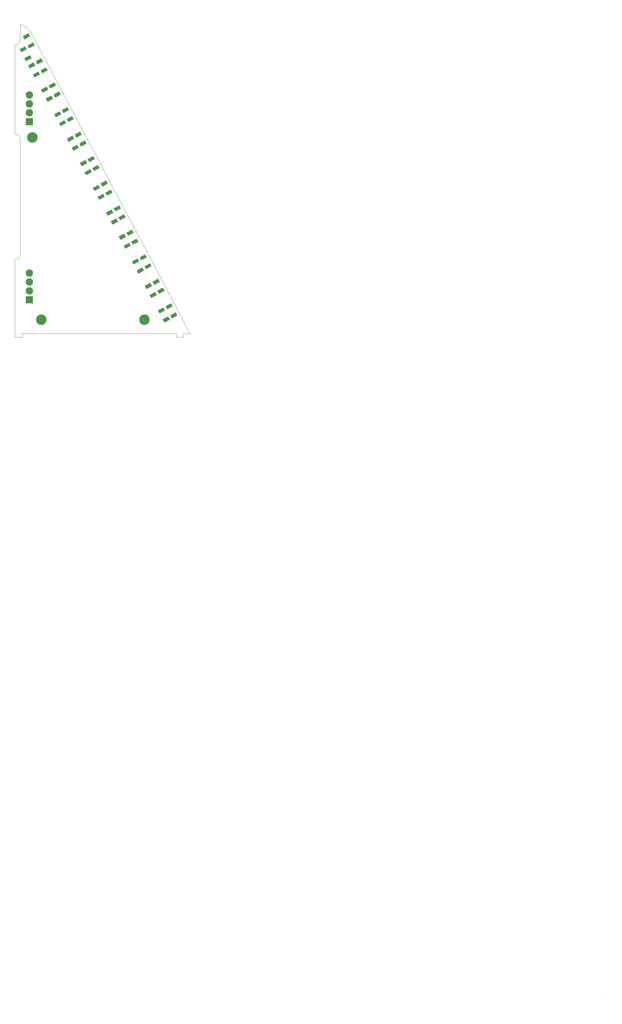
<source format=gbs>
%TF.GenerationSoftware,KiCad,Pcbnew,(5.1.6-0-10_14)*%
%TF.CreationDate,2020-10-19T14:02:04+02:00*%
%TF.ProjectId,nowae031,6e6f7761-6530-4333-912e-6b696361645f,0*%
%TF.SameCoordinates,Original*%
%TF.FileFunction,Soldermask,Bot*%
%TF.FilePolarity,Negative*%
%FSLAX46Y46*%
G04 Gerber Fmt 4.6, Leading zero omitted, Abs format (unit mm)*
G04 Created by KiCad (PCBNEW (5.1.6-0-10_14)) date 2020-10-19 14:02:04*
%MOMM*%
%LPD*%
G01*
G04 APERTURE LIST*
%TA.AperFunction,Profile*%
%ADD10C,0.050000*%
%TD*%
%TA.AperFunction,Profile*%
%ADD11C,0.200000*%
%TD*%
%ADD12C,2.100000*%
%ADD13R,2.100000X2.100000*%
%ADD14C,3.000000*%
%ADD15C,0.100000*%
G04 APERTURE END LIST*
D10*
X101490000Y-45190000D02*
G75*
G02*
X99990000Y-46690000I-1500000J0D01*
G01*
X99990000Y-72000000D02*
G75*
G02*
X101490000Y-73500000I0J-1500000D01*
G01*
X99990000Y-72000000D02*
X99990000Y-46690000D01*
X100000000Y-130000000D02*
X100000000Y-108000000D01*
X101500000Y-106500000D02*
G75*
G02*
X100000000Y-108000000I-1500000J0D01*
G01*
X101490000Y-73500000D02*
X101500000Y-106500000D01*
X101499908Y-40830540D02*
X101490000Y-45190000D01*
X101499908Y-40830540D02*
G75*
G02*
X104449999Y-42900001I-709908J-4149460D01*
G01*
X104449243Y-42900000D02*
X150000000Y-129000000D01*
X148000000Y-129000000D02*
X150000000Y-129000000D01*
X148000000Y-130000000D02*
X148000000Y-129000000D01*
X146000000Y-130000000D02*
X148000000Y-130000000D01*
X146000000Y-129000000D02*
X146000000Y-130000000D01*
X102000000Y-129000000D02*
X146000000Y-129000000D01*
X102000000Y-130000000D02*
X102000000Y-129000000D01*
X100000000Y-130000000D02*
X102000000Y-130000000D01*
D11*
X268944859Y-318881889D02*
X268944859Y-318881889D01*
D12*
%TO.C,P102*%
X104100000Y-111690000D03*
D13*
X104100000Y-119310000D03*
D12*
X104100000Y-114230000D03*
X104100000Y-116770000D03*
%TD*%
%TO.C,P101*%
X104100000Y-60900000D03*
D13*
X104100000Y-68520000D03*
D12*
X104100000Y-63440000D03*
X104100000Y-65980000D03*
%TD*%
D14*
%TO.C,VAL\u002A\u002A*%
X105000000Y-73000000D03*
%TD*%
%TO.C,VAL\u002A\u002A*%
X137000000Y-125000000D03*
%TD*%
%TO.C,VAL\u002A\u002A*%
X107490000Y-125000000D03*
%TD*%
D15*
%TO.C,DL102*%
G36*
X102239877Y-44200777D02*
G01*
X103829183Y-43355728D01*
X104298655Y-44238675D01*
X102709349Y-45083724D01*
X102239877Y-44200777D01*
G37*
G36*
X103601345Y-46761325D02*
G01*
X105190651Y-45916276D01*
X105660123Y-46799223D01*
X104070817Y-47644272D01*
X103601345Y-46761325D01*
G37*
%TD*%
%TO.C,DL104*%
G36*
X105939877Y-51300777D02*
G01*
X107529183Y-50455728D01*
X107998655Y-51338675D01*
X106409349Y-52183724D01*
X105939877Y-51300777D01*
G37*
G36*
X107301345Y-53861325D02*
G01*
X108890651Y-53016276D01*
X109360123Y-53899223D01*
X107770817Y-54744272D01*
X107301345Y-53861325D01*
G37*
%TD*%
%TO.C,DL106*%
G36*
X109659143Y-58220503D02*
G01*
X111248449Y-57375454D01*
X111717921Y-58258401D01*
X110128615Y-59103450D01*
X109659143Y-58220503D01*
G37*
G36*
X111020611Y-60781051D02*
G01*
X112609917Y-59936002D01*
X113079389Y-60818949D01*
X111490083Y-61663998D01*
X111020611Y-60781051D01*
G37*
%TD*%
%TO.C,DL108*%
G36*
X113384140Y-65225777D02*
G01*
X114973446Y-64380728D01*
X115442918Y-65263675D01*
X113853612Y-66108724D01*
X113384140Y-65225777D01*
G37*
G36*
X114745608Y-67786325D02*
G01*
X116334914Y-66941276D01*
X116804386Y-67824223D01*
X115215080Y-68669272D01*
X114745608Y-67786325D01*
G37*
%TD*%
%TO.C,DL110*%
G36*
X117039877Y-72200777D02*
G01*
X118629183Y-71355728D01*
X119098655Y-72238675D01*
X117509349Y-73083724D01*
X117039877Y-72200777D01*
G37*
G36*
X118401345Y-74761325D02*
G01*
X119990651Y-73916276D01*
X120460123Y-74799223D01*
X118870817Y-75644272D01*
X118401345Y-74761325D01*
G37*
%TD*%
%TO.C,DL112*%
G36*
X120739877Y-79200777D02*
G01*
X122329183Y-78355728D01*
X122798655Y-79238675D01*
X121209349Y-80083724D01*
X120739877Y-79200777D01*
G37*
G36*
X122101345Y-81761325D02*
G01*
X123690651Y-80916276D01*
X124160123Y-81799223D01*
X122570817Y-82644272D01*
X122101345Y-81761325D01*
G37*
%TD*%
%TO.C,DL114*%
G36*
X124439877Y-86200777D02*
G01*
X126029183Y-85355728D01*
X126498655Y-86238675D01*
X124909349Y-87083724D01*
X124439877Y-86200777D01*
G37*
G36*
X125801345Y-88761325D02*
G01*
X127390651Y-87916276D01*
X127860123Y-88799223D01*
X126270817Y-89644272D01*
X125801345Y-88761325D01*
G37*
%TD*%
%TO.C,DL116*%
G36*
X128189877Y-93250777D02*
G01*
X129779183Y-92405728D01*
X130248655Y-93288675D01*
X128659349Y-94133724D01*
X128189877Y-93250777D01*
G37*
G36*
X129551345Y-95811325D02*
G01*
X131140651Y-94966276D01*
X131610123Y-95849223D01*
X130020817Y-96694272D01*
X129551345Y-95811325D01*
G37*
%TD*%
%TO.C,DL118*%
G36*
X131839877Y-100200777D02*
G01*
X133429183Y-99355728D01*
X133898655Y-100238675D01*
X132309349Y-101083724D01*
X131839877Y-100200777D01*
G37*
G36*
X133201345Y-102761325D02*
G01*
X134790651Y-101916276D01*
X135260123Y-102799223D01*
X133670817Y-103644272D01*
X133201345Y-102761325D01*
G37*
%TD*%
%TO.C,DL120*%
G36*
X135589877Y-107200777D02*
G01*
X137179183Y-106355728D01*
X137648655Y-107238675D01*
X136059349Y-108083724D01*
X135589877Y-107200777D01*
G37*
G36*
X136951345Y-109761325D02*
G01*
X138540651Y-108916276D01*
X139010123Y-109799223D01*
X137420817Y-110644272D01*
X136951345Y-109761325D01*
G37*
%TD*%
%TO.C,DL122*%
G36*
X139289877Y-114200777D02*
G01*
X140879183Y-113355728D01*
X141348655Y-114238675D01*
X139759349Y-115083724D01*
X139289877Y-114200777D01*
G37*
G36*
X140651345Y-116761325D02*
G01*
X142240651Y-115916276D01*
X142710123Y-116799223D01*
X141120817Y-117644272D01*
X140651345Y-116761325D01*
G37*
%TD*%
%TO.C,DL124*%
G36*
X142989877Y-121200777D02*
G01*
X144579183Y-120355728D01*
X145048655Y-121238675D01*
X143459349Y-122083724D01*
X142989877Y-121200777D01*
G37*
G36*
X144351345Y-123761325D02*
G01*
X145940651Y-122916276D01*
X146410123Y-123799223D01*
X144820817Y-124644272D01*
X144351345Y-123761325D01*
G37*
%TD*%
%TO.C,R102*%
G36*
X102701345Y-50411325D02*
G01*
X104290651Y-49566276D01*
X104760123Y-50449223D01*
X103170817Y-51294272D01*
X102701345Y-50411325D01*
G37*
G36*
X101339877Y-47850777D02*
G01*
X102929183Y-47005728D01*
X103398655Y-47888675D01*
X101809349Y-48733724D01*
X101339877Y-47850777D01*
G37*
%TD*%
%TO.C,R104*%
G36*
X105101345Y-55061325D02*
G01*
X106690651Y-54216276D01*
X107160123Y-55099223D01*
X105570817Y-55944272D01*
X105101345Y-55061325D01*
G37*
G36*
X103739877Y-52500777D02*
G01*
X105329183Y-51655728D01*
X105798655Y-52538675D01*
X104209349Y-53383724D01*
X103739877Y-52500777D01*
G37*
%TD*%
%TO.C,R106*%
G36*
X108801345Y-61961325D02*
G01*
X110390651Y-61116276D01*
X110860123Y-61999223D01*
X109270817Y-62844272D01*
X108801345Y-61961325D01*
G37*
G36*
X107439877Y-59400777D02*
G01*
X109029183Y-58555728D01*
X109498655Y-59438675D01*
X107909349Y-60283724D01*
X107439877Y-59400777D01*
G37*
%TD*%
%TO.C,R108*%
G36*
X112551345Y-68961325D02*
G01*
X114140651Y-68116276D01*
X114610123Y-68999223D01*
X113020817Y-69844272D01*
X112551345Y-68961325D01*
G37*
G36*
X111189877Y-66400777D02*
G01*
X112779183Y-65555728D01*
X113248655Y-66438675D01*
X111659349Y-67283724D01*
X111189877Y-66400777D01*
G37*
%TD*%
%TO.C,R110*%
G36*
X116201345Y-75961325D02*
G01*
X117790651Y-75116276D01*
X118260123Y-75999223D01*
X116670817Y-76844272D01*
X116201345Y-75961325D01*
G37*
G36*
X114839877Y-73400777D02*
G01*
X116429183Y-72555728D01*
X116898655Y-73438675D01*
X115309349Y-74283724D01*
X114839877Y-73400777D01*
G37*
%TD*%
%TO.C,R112*%
G36*
X119901345Y-82911325D02*
G01*
X121490651Y-82066276D01*
X121960123Y-82949223D01*
X120370817Y-83794272D01*
X119901345Y-82911325D01*
G37*
G36*
X118539877Y-80350777D02*
G01*
X120129183Y-79505728D01*
X120598655Y-80388675D01*
X119009349Y-81233724D01*
X118539877Y-80350777D01*
G37*
%TD*%
%TO.C,R114*%
G36*
X123601345Y-89961325D02*
G01*
X125190651Y-89116276D01*
X125660123Y-89999223D01*
X124070817Y-90844272D01*
X123601345Y-89961325D01*
G37*
G36*
X122239877Y-87400777D02*
G01*
X123829183Y-86555728D01*
X124298655Y-87438675D01*
X122709349Y-88283724D01*
X122239877Y-87400777D01*
G37*
%TD*%
%TO.C,R116*%
G36*
X127357082Y-97036325D02*
G01*
X128946388Y-96191276D01*
X129415860Y-97074223D01*
X127826554Y-97919272D01*
X127357082Y-97036325D01*
G37*
G36*
X125995614Y-94475777D02*
G01*
X127584920Y-93630728D01*
X128054392Y-94513675D01*
X126465086Y-95358724D01*
X125995614Y-94475777D01*
G37*
%TD*%
%TO.C,R118*%
G36*
X131001345Y-103911325D02*
G01*
X132590651Y-103066276D01*
X133060123Y-103949223D01*
X131470817Y-104794272D01*
X131001345Y-103911325D01*
G37*
G36*
X129639877Y-101350777D02*
G01*
X131229183Y-100505728D01*
X131698655Y-101388675D01*
X130109349Y-102233724D01*
X129639877Y-101350777D01*
G37*
%TD*%
%TO.C,R120*%
G36*
X134757082Y-110986325D02*
G01*
X136346388Y-110141276D01*
X136815860Y-111024223D01*
X135226554Y-111869272D01*
X134757082Y-110986325D01*
G37*
G36*
X133395614Y-108425777D02*
G01*
X134984920Y-107580728D01*
X135454392Y-108463675D01*
X133865086Y-109308724D01*
X133395614Y-108425777D01*
G37*
%TD*%
%TO.C,R122*%
G36*
X138451345Y-117961325D02*
G01*
X140040651Y-117116276D01*
X140510123Y-117999223D01*
X138920817Y-118844272D01*
X138451345Y-117961325D01*
G37*
G36*
X137089877Y-115400777D02*
G01*
X138679183Y-114555728D01*
X139148655Y-115438675D01*
X137559349Y-116283724D01*
X137089877Y-115400777D01*
G37*
%TD*%
%TO.C,R124*%
G36*
X142151345Y-124961325D02*
G01*
X143740651Y-124116276D01*
X144210123Y-124999223D01*
X142620817Y-125844272D01*
X142151345Y-124961325D01*
G37*
G36*
X140789877Y-122400777D02*
G01*
X142379183Y-121555728D01*
X142848655Y-122438675D01*
X141259349Y-123283724D01*
X140789877Y-122400777D01*
G37*
%TD*%
M02*

</source>
